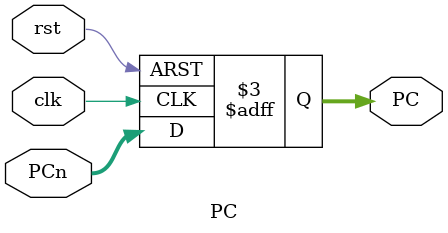
<source format=sv>
module PC(
	input clk,               
   input rst,
	input [31:0] PCn,
	output [31:0] PC
);


  always @(posedge clk or negedge rst)begin
		if (!rst) begin
            PC = 32'h0;
       
      end else begin
            PC = PCn;
			 end
  end
endmodule
  
</source>
